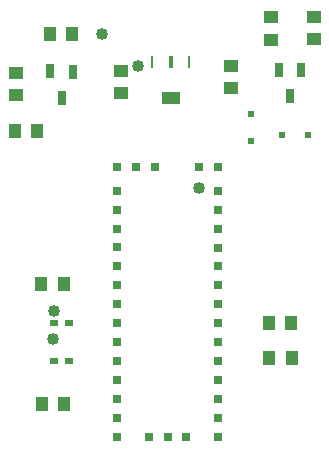
<source format=gbr>
G04 DipTrace 2.2.0.9*
%INTopPaste.gbr*%
%MOMM*%
%ADD27C,1.016*%
%ADD34R,1.625X0.99*%
%ADD36R,0.355X0.99*%
%ADD40R,0.796X0.796*%
%ADD42R,0.787X1.193*%
%ADD44R,0.609X0.609*%
%ADD46R,0.279X0.99*%
%ADD48R,0.696X0.496*%
%ADD52R,1.096X1.296*%
%ADD54R,1.296X1.096*%
%FSLAX53Y53*%
%SFA1B1*%
%OFA0B0*%
G04*
G71*
G90*
G75*
G01*
%LNTopPaste*%
%LPD*%
D27*
X27671Y33412D3*
X15368Y23004D3*
X15288Y20577D3*
X19410Y46448D3*
X22524Y43723D3*
D52*
X35468Y21968D3*
X33568D3*
X16248Y15088D3*
X14348D3*
X16208Y25248D3*
X14308D3*
X35508Y19008D3*
D48*
X15368Y21968D3*
D46*
X26848Y44048D3*
D44*
X36928Y37848D3*
X32048Y37408D3*
Y39643D3*
D42*
X36328Y43368D3*
D54*
X21088Y43308D3*
X12128Y41248D3*
D42*
X16968Y43248D3*
D54*
X33728Y45928D3*
D52*
X16928Y46448D3*
X15028D3*
D54*
X12128Y43148D3*
D52*
X13968Y38208D3*
X12068D3*
D48*
X15368Y18768D3*
X16668D3*
Y21968D3*
D52*
X33608Y19008D3*
D54*
X37408Y47888D3*
Y45988D3*
X33728Y47828D3*
D42*
X15063Y43261D3*
X16028Y41038D3*
D54*
X21088Y41408D3*
X30368Y41848D3*
Y43748D3*
D40*
X20762Y35158D3*
Y33151D3*
Y31551D3*
Y29958D3*
X23962Y35158D3*
X22362D3*
X20762Y28358D3*
Y26758D3*
Y25150D3*
Y23558D3*
Y21958D3*
Y20358D3*
Y18758D3*
Y17149D3*
Y15549D3*
Y13949D3*
Y12349D3*
X23412D3*
X25004D3*
X26605D3*
X29272D3*
Y13949D3*
Y15549D3*
Y17149D3*
Y18749D3*
Y20350D3*
Y21950D3*
Y23550D3*
Y25150D3*
Y26750D3*
Y28351D3*
Y29951D3*
Y31551D3*
Y33149D3*
Y35158D3*
X27671D3*
D44*
X34693Y37848D3*
D42*
X34423Y43381D3*
X35388Y41158D3*
D36*
X25278Y44040D3*
D46*
X23698Y44048D3*
D34*
X25253Y40992D3*
M02*

</source>
